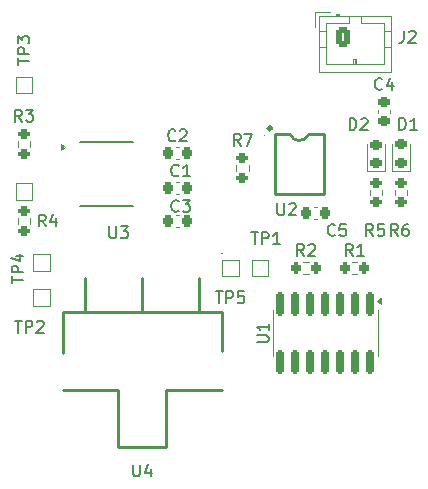
<source format=gbr>
%TF.GenerationSoftware,KiCad,Pcbnew,8.0.1*%
%TF.CreationDate,2024-03-24T23:32:15+02:00*%
%TF.ProjectId,PowerSubsystem,506f7765-7253-4756-9273-797374656d2e,rev?*%
%TF.SameCoordinates,Original*%
%TF.FileFunction,Legend,Top*%
%TF.FilePolarity,Positive*%
%FSLAX46Y46*%
G04 Gerber Fmt 4.6, Leading zero omitted, Abs format (unit mm)*
G04 Created by KiCad (PCBNEW 8.0.1) date 2024-03-24 23:32:15*
%MOMM*%
%LPD*%
G01*
G04 APERTURE LIST*
G04 Aperture macros list*
%AMRoundRect*
0 Rectangle with rounded corners*
0 $1 Rounding radius*
0 $2 $3 $4 $5 $6 $7 $8 $9 X,Y pos of 4 corners*
0 Add a 4 corners polygon primitive as box body*
4,1,4,$2,$3,$4,$5,$6,$7,$8,$9,$2,$3,0*
0 Add four circle primitives for the rounded corners*
1,1,$1+$1,$2,$3*
1,1,$1+$1,$4,$5*
1,1,$1+$1,$6,$7*
1,1,$1+$1,$8,$9*
0 Add four rect primitives between the rounded corners*
20,1,$1+$1,$2,$3,$4,$5,0*
20,1,$1+$1,$4,$5,$6,$7,0*
20,1,$1+$1,$6,$7,$8,$9,0*
20,1,$1+$1,$8,$9,$2,$3,0*%
G04 Aperture macros list end*
%ADD10C,0.150000*%
%ADD11C,0.120000*%
%ADD12C,0.254000*%
%ADD13C,0.059995*%
%ADD14R,1.000000X1.000000*%
%ADD15C,2.500000*%
%ADD16RoundRect,0.200000X-0.275000X0.200000X-0.275000X-0.200000X0.275000X-0.200000X0.275000X0.200000X0*%
%ADD17RoundRect,0.200000X0.275000X-0.200000X0.275000X0.200000X-0.275000X0.200000X-0.275000X-0.200000X0*%
%ADD18RoundRect,0.200000X0.200000X0.275000X-0.200000X0.275000X-0.200000X-0.275000X0.200000X-0.275000X0*%
%ADD19RoundRect,0.218750X0.256250X-0.218750X0.256250X0.218750X-0.256250X0.218750X-0.256250X-0.218750X0*%
%ADD20RoundRect,0.225000X-0.225000X-0.250000X0.225000X-0.250000X0.225000X0.250000X-0.225000X0.250000X0*%
%ADD21RoundRect,0.225000X0.250000X-0.225000X0.250000X0.225000X-0.250000X0.225000X-0.250000X-0.225000X0*%
%ADD22RoundRect,0.225000X0.225000X0.250000X-0.225000X0.250000X-0.225000X-0.250000X0.225000X-0.250000X0*%
%ADD23R,1.050000X0.450000*%
%ADD24R,1.470000X0.895000*%
%ADD25R,2.400000X3.300000*%
%ADD26R,1.200000X0.600000*%
%ADD27RoundRect,0.150000X-0.150000X0.825000X-0.150000X-0.825000X0.150000X-0.825000X0.150000X0.825000X0*%
%ADD28RoundRect,0.250000X-0.350000X-0.625000X0.350000X-0.625000X0.350000X0.625000X-0.350000X0.625000X0*%
%ADD29O,1.200000X1.750000*%
%ADD30O,1.700000X1.700000*%
%ADD31R,1.700000X1.700000*%
G04 APERTURE END LIST*
D10*
X177738095Y-72456819D02*
X178309523Y-72456819D01*
X178023809Y-73456819D02*
X178023809Y-72456819D01*
X178642857Y-73456819D02*
X178642857Y-72456819D01*
X178642857Y-72456819D02*
X179023809Y-72456819D01*
X179023809Y-72456819D02*
X179119047Y-72504438D01*
X179119047Y-72504438D02*
X179166666Y-72552057D01*
X179166666Y-72552057D02*
X179214285Y-72647295D01*
X179214285Y-72647295D02*
X179214285Y-72790152D01*
X179214285Y-72790152D02*
X179166666Y-72885390D01*
X179166666Y-72885390D02*
X179119047Y-72933009D01*
X179119047Y-72933009D02*
X179023809Y-72980628D01*
X179023809Y-72980628D02*
X178642857Y-72980628D01*
X180119047Y-72456819D02*
X179642857Y-72456819D01*
X179642857Y-72456819D02*
X179595238Y-72933009D01*
X179595238Y-72933009D02*
X179642857Y-72885390D01*
X179642857Y-72885390D02*
X179738095Y-72837771D01*
X179738095Y-72837771D02*
X179976190Y-72837771D01*
X179976190Y-72837771D02*
X180071428Y-72885390D01*
X180071428Y-72885390D02*
X180119047Y-72933009D01*
X180119047Y-72933009D02*
X180166666Y-73028247D01*
X180166666Y-73028247D02*
X180166666Y-73266342D01*
X180166666Y-73266342D02*
X180119047Y-73361580D01*
X180119047Y-73361580D02*
X180071428Y-73409200D01*
X180071428Y-73409200D02*
X179976190Y-73456819D01*
X179976190Y-73456819D02*
X179738095Y-73456819D01*
X179738095Y-73456819D02*
X179642857Y-73409200D01*
X179642857Y-73409200D02*
X179595238Y-73361580D01*
X160456819Y-71761904D02*
X160456819Y-71190476D01*
X161456819Y-71476190D02*
X160456819Y-71476190D01*
X161456819Y-70857142D02*
X160456819Y-70857142D01*
X160456819Y-70857142D02*
X160456819Y-70476190D01*
X160456819Y-70476190D02*
X160504438Y-70380952D01*
X160504438Y-70380952D02*
X160552057Y-70333333D01*
X160552057Y-70333333D02*
X160647295Y-70285714D01*
X160647295Y-70285714D02*
X160790152Y-70285714D01*
X160790152Y-70285714D02*
X160885390Y-70333333D01*
X160885390Y-70333333D02*
X160933009Y-70380952D01*
X160933009Y-70380952D02*
X160980628Y-70476190D01*
X160980628Y-70476190D02*
X160980628Y-70857142D01*
X160790152Y-69428571D02*
X161456819Y-69428571D01*
X160409200Y-69666666D02*
X161123485Y-69904761D01*
X161123485Y-69904761D02*
X161123485Y-69285714D01*
X160956819Y-53261904D02*
X160956819Y-52690476D01*
X161956819Y-52976190D02*
X160956819Y-52976190D01*
X161956819Y-52357142D02*
X160956819Y-52357142D01*
X160956819Y-52357142D02*
X160956819Y-51976190D01*
X160956819Y-51976190D02*
X161004438Y-51880952D01*
X161004438Y-51880952D02*
X161052057Y-51833333D01*
X161052057Y-51833333D02*
X161147295Y-51785714D01*
X161147295Y-51785714D02*
X161290152Y-51785714D01*
X161290152Y-51785714D02*
X161385390Y-51833333D01*
X161385390Y-51833333D02*
X161433009Y-51880952D01*
X161433009Y-51880952D02*
X161480628Y-51976190D01*
X161480628Y-51976190D02*
X161480628Y-52357142D01*
X160956819Y-51452380D02*
X160956819Y-50833333D01*
X160956819Y-50833333D02*
X161337771Y-51166666D01*
X161337771Y-51166666D02*
X161337771Y-51023809D01*
X161337771Y-51023809D02*
X161385390Y-50928571D01*
X161385390Y-50928571D02*
X161433009Y-50880952D01*
X161433009Y-50880952D02*
X161528247Y-50833333D01*
X161528247Y-50833333D02*
X161766342Y-50833333D01*
X161766342Y-50833333D02*
X161861580Y-50880952D01*
X161861580Y-50880952D02*
X161909200Y-50928571D01*
X161909200Y-50928571D02*
X161956819Y-51023809D01*
X161956819Y-51023809D02*
X161956819Y-51309523D01*
X161956819Y-51309523D02*
X161909200Y-51404761D01*
X161909200Y-51404761D02*
X161861580Y-51452380D01*
X160738095Y-74956819D02*
X161309523Y-74956819D01*
X161023809Y-75956819D02*
X161023809Y-74956819D01*
X161642857Y-75956819D02*
X161642857Y-74956819D01*
X161642857Y-74956819D02*
X162023809Y-74956819D01*
X162023809Y-74956819D02*
X162119047Y-75004438D01*
X162119047Y-75004438D02*
X162166666Y-75052057D01*
X162166666Y-75052057D02*
X162214285Y-75147295D01*
X162214285Y-75147295D02*
X162214285Y-75290152D01*
X162214285Y-75290152D02*
X162166666Y-75385390D01*
X162166666Y-75385390D02*
X162119047Y-75433009D01*
X162119047Y-75433009D02*
X162023809Y-75480628D01*
X162023809Y-75480628D02*
X161642857Y-75480628D01*
X162595238Y-75052057D02*
X162642857Y-75004438D01*
X162642857Y-75004438D02*
X162738095Y-74956819D01*
X162738095Y-74956819D02*
X162976190Y-74956819D01*
X162976190Y-74956819D02*
X163071428Y-75004438D01*
X163071428Y-75004438D02*
X163119047Y-75052057D01*
X163119047Y-75052057D02*
X163166666Y-75147295D01*
X163166666Y-75147295D02*
X163166666Y-75242533D01*
X163166666Y-75242533D02*
X163119047Y-75385390D01*
X163119047Y-75385390D02*
X162547619Y-75956819D01*
X162547619Y-75956819D02*
X163166666Y-75956819D01*
X180738095Y-67456819D02*
X181309523Y-67456819D01*
X181023809Y-68456819D02*
X181023809Y-67456819D01*
X181642857Y-68456819D02*
X181642857Y-67456819D01*
X181642857Y-67456819D02*
X182023809Y-67456819D01*
X182023809Y-67456819D02*
X182119047Y-67504438D01*
X182119047Y-67504438D02*
X182166666Y-67552057D01*
X182166666Y-67552057D02*
X182214285Y-67647295D01*
X182214285Y-67647295D02*
X182214285Y-67790152D01*
X182214285Y-67790152D02*
X182166666Y-67885390D01*
X182166666Y-67885390D02*
X182119047Y-67933009D01*
X182119047Y-67933009D02*
X182023809Y-67980628D01*
X182023809Y-67980628D02*
X181642857Y-67980628D01*
X183166666Y-68456819D02*
X182595238Y-68456819D01*
X182880952Y-68456819D02*
X182880952Y-67456819D01*
X182880952Y-67456819D02*
X182785714Y-67599676D01*
X182785714Y-67599676D02*
X182690476Y-67694914D01*
X182690476Y-67694914D02*
X182595238Y-67742533D01*
X170738095Y-87130892D02*
X170738095Y-87940415D01*
X170738095Y-87940415D02*
X170785714Y-88035653D01*
X170785714Y-88035653D02*
X170833333Y-88083273D01*
X170833333Y-88083273D02*
X170928571Y-88130892D01*
X170928571Y-88130892D02*
X171119047Y-88130892D01*
X171119047Y-88130892D02*
X171214285Y-88083273D01*
X171214285Y-88083273D02*
X171261904Y-88035653D01*
X171261904Y-88035653D02*
X171309523Y-87940415D01*
X171309523Y-87940415D02*
X171309523Y-87130892D01*
X172214285Y-87464225D02*
X172214285Y-88130892D01*
X171976190Y-87083273D02*
X171738095Y-87797558D01*
X171738095Y-87797558D02*
X172357142Y-87797558D01*
X179833333Y-60129819D02*
X179500000Y-59653628D01*
X179261905Y-60129819D02*
X179261905Y-59129819D01*
X179261905Y-59129819D02*
X179642857Y-59129819D01*
X179642857Y-59129819D02*
X179738095Y-59177438D01*
X179738095Y-59177438D02*
X179785714Y-59225057D01*
X179785714Y-59225057D02*
X179833333Y-59320295D01*
X179833333Y-59320295D02*
X179833333Y-59463152D01*
X179833333Y-59463152D02*
X179785714Y-59558390D01*
X179785714Y-59558390D02*
X179738095Y-59606009D01*
X179738095Y-59606009D02*
X179642857Y-59653628D01*
X179642857Y-59653628D02*
X179261905Y-59653628D01*
X180166667Y-59129819D02*
X180833333Y-59129819D01*
X180833333Y-59129819D02*
X180404762Y-60129819D01*
X193150833Y-67772319D02*
X192817500Y-67296128D01*
X192579405Y-67772319D02*
X192579405Y-66772319D01*
X192579405Y-66772319D02*
X192960357Y-66772319D01*
X192960357Y-66772319D02*
X193055595Y-66819938D01*
X193055595Y-66819938D02*
X193103214Y-66867557D01*
X193103214Y-66867557D02*
X193150833Y-66962795D01*
X193150833Y-66962795D02*
X193150833Y-67105652D01*
X193150833Y-67105652D02*
X193103214Y-67200890D01*
X193103214Y-67200890D02*
X193055595Y-67248509D01*
X193055595Y-67248509D02*
X192960357Y-67296128D01*
X192960357Y-67296128D02*
X192579405Y-67296128D01*
X194007976Y-66772319D02*
X193817500Y-66772319D01*
X193817500Y-66772319D02*
X193722262Y-66819938D01*
X193722262Y-66819938D02*
X193674643Y-66867557D01*
X193674643Y-66867557D02*
X193579405Y-67010414D01*
X193579405Y-67010414D02*
X193531786Y-67200890D01*
X193531786Y-67200890D02*
X193531786Y-67581842D01*
X193531786Y-67581842D02*
X193579405Y-67677080D01*
X193579405Y-67677080D02*
X193627024Y-67724700D01*
X193627024Y-67724700D02*
X193722262Y-67772319D01*
X193722262Y-67772319D02*
X193912738Y-67772319D01*
X193912738Y-67772319D02*
X194007976Y-67724700D01*
X194007976Y-67724700D02*
X194055595Y-67677080D01*
X194055595Y-67677080D02*
X194103214Y-67581842D01*
X194103214Y-67581842D02*
X194103214Y-67343747D01*
X194103214Y-67343747D02*
X194055595Y-67248509D01*
X194055595Y-67248509D02*
X194007976Y-67200890D01*
X194007976Y-67200890D02*
X193912738Y-67153271D01*
X193912738Y-67153271D02*
X193722262Y-67153271D01*
X193722262Y-67153271D02*
X193627024Y-67200890D01*
X193627024Y-67200890D02*
X193579405Y-67248509D01*
X193579405Y-67248509D02*
X193531786Y-67343747D01*
X191052526Y-67772319D02*
X190719193Y-67296128D01*
X190481098Y-67772319D02*
X190481098Y-66772319D01*
X190481098Y-66772319D02*
X190862050Y-66772319D01*
X190862050Y-66772319D02*
X190957288Y-66819938D01*
X190957288Y-66819938D02*
X191004907Y-66867557D01*
X191004907Y-66867557D02*
X191052526Y-66962795D01*
X191052526Y-66962795D02*
X191052526Y-67105652D01*
X191052526Y-67105652D02*
X191004907Y-67200890D01*
X191004907Y-67200890D02*
X190957288Y-67248509D01*
X190957288Y-67248509D02*
X190862050Y-67296128D01*
X190862050Y-67296128D02*
X190481098Y-67296128D01*
X191957288Y-66772319D02*
X191481098Y-66772319D01*
X191481098Y-66772319D02*
X191433479Y-67248509D01*
X191433479Y-67248509D02*
X191481098Y-67200890D01*
X191481098Y-67200890D02*
X191576336Y-67153271D01*
X191576336Y-67153271D02*
X191814431Y-67153271D01*
X191814431Y-67153271D02*
X191909669Y-67200890D01*
X191909669Y-67200890D02*
X191957288Y-67248509D01*
X191957288Y-67248509D02*
X192004907Y-67343747D01*
X192004907Y-67343747D02*
X192004907Y-67581842D01*
X192004907Y-67581842D02*
X191957288Y-67677080D01*
X191957288Y-67677080D02*
X191909669Y-67724700D01*
X191909669Y-67724700D02*
X191814431Y-67772319D01*
X191814431Y-67772319D02*
X191576336Y-67772319D01*
X191576336Y-67772319D02*
X191481098Y-67724700D01*
X191481098Y-67724700D02*
X191433479Y-67677080D01*
X163333333Y-66954819D02*
X163000000Y-66478628D01*
X162761905Y-66954819D02*
X162761905Y-65954819D01*
X162761905Y-65954819D02*
X163142857Y-65954819D01*
X163142857Y-65954819D02*
X163238095Y-66002438D01*
X163238095Y-66002438D02*
X163285714Y-66050057D01*
X163285714Y-66050057D02*
X163333333Y-66145295D01*
X163333333Y-66145295D02*
X163333333Y-66288152D01*
X163333333Y-66288152D02*
X163285714Y-66383390D01*
X163285714Y-66383390D02*
X163238095Y-66431009D01*
X163238095Y-66431009D02*
X163142857Y-66478628D01*
X163142857Y-66478628D02*
X162761905Y-66478628D01*
X164190476Y-66288152D02*
X164190476Y-66954819D01*
X163952381Y-65907200D02*
X163714286Y-66621485D01*
X163714286Y-66621485D02*
X164333333Y-66621485D01*
X161333333Y-58077319D02*
X161000000Y-57601128D01*
X160761905Y-58077319D02*
X160761905Y-57077319D01*
X160761905Y-57077319D02*
X161142857Y-57077319D01*
X161142857Y-57077319D02*
X161238095Y-57124938D01*
X161238095Y-57124938D02*
X161285714Y-57172557D01*
X161285714Y-57172557D02*
X161333333Y-57267795D01*
X161333333Y-57267795D02*
X161333333Y-57410652D01*
X161333333Y-57410652D02*
X161285714Y-57505890D01*
X161285714Y-57505890D02*
X161238095Y-57553509D01*
X161238095Y-57553509D02*
X161142857Y-57601128D01*
X161142857Y-57601128D02*
X160761905Y-57601128D01*
X161666667Y-57077319D02*
X162285714Y-57077319D01*
X162285714Y-57077319D02*
X161952381Y-57458271D01*
X161952381Y-57458271D02*
X162095238Y-57458271D01*
X162095238Y-57458271D02*
X162190476Y-57505890D01*
X162190476Y-57505890D02*
X162238095Y-57553509D01*
X162238095Y-57553509D02*
X162285714Y-57648747D01*
X162285714Y-57648747D02*
X162285714Y-57886842D01*
X162285714Y-57886842D02*
X162238095Y-57982080D01*
X162238095Y-57982080D02*
X162190476Y-58029700D01*
X162190476Y-58029700D02*
X162095238Y-58077319D01*
X162095238Y-58077319D02*
X161809524Y-58077319D01*
X161809524Y-58077319D02*
X161714286Y-58029700D01*
X161714286Y-58029700D02*
X161666667Y-57982080D01*
X185198333Y-69454819D02*
X184865000Y-68978628D01*
X184626905Y-69454819D02*
X184626905Y-68454819D01*
X184626905Y-68454819D02*
X185007857Y-68454819D01*
X185007857Y-68454819D02*
X185103095Y-68502438D01*
X185103095Y-68502438D02*
X185150714Y-68550057D01*
X185150714Y-68550057D02*
X185198333Y-68645295D01*
X185198333Y-68645295D02*
X185198333Y-68788152D01*
X185198333Y-68788152D02*
X185150714Y-68883390D01*
X185150714Y-68883390D02*
X185103095Y-68931009D01*
X185103095Y-68931009D02*
X185007857Y-68978628D01*
X185007857Y-68978628D02*
X184626905Y-68978628D01*
X185579286Y-68550057D02*
X185626905Y-68502438D01*
X185626905Y-68502438D02*
X185722143Y-68454819D01*
X185722143Y-68454819D02*
X185960238Y-68454819D01*
X185960238Y-68454819D02*
X186055476Y-68502438D01*
X186055476Y-68502438D02*
X186103095Y-68550057D01*
X186103095Y-68550057D02*
X186150714Y-68645295D01*
X186150714Y-68645295D02*
X186150714Y-68740533D01*
X186150714Y-68740533D02*
X186103095Y-68883390D01*
X186103095Y-68883390D02*
X185531667Y-69454819D01*
X185531667Y-69454819D02*
X186150714Y-69454819D01*
X189333333Y-69454819D02*
X189000000Y-68978628D01*
X188761905Y-69454819D02*
X188761905Y-68454819D01*
X188761905Y-68454819D02*
X189142857Y-68454819D01*
X189142857Y-68454819D02*
X189238095Y-68502438D01*
X189238095Y-68502438D02*
X189285714Y-68550057D01*
X189285714Y-68550057D02*
X189333333Y-68645295D01*
X189333333Y-68645295D02*
X189333333Y-68788152D01*
X189333333Y-68788152D02*
X189285714Y-68883390D01*
X189285714Y-68883390D02*
X189238095Y-68931009D01*
X189238095Y-68931009D02*
X189142857Y-68978628D01*
X189142857Y-68978628D02*
X188761905Y-68978628D01*
X190285714Y-69454819D02*
X189714286Y-69454819D01*
X190000000Y-69454819D02*
X190000000Y-68454819D01*
X190000000Y-68454819D02*
X189904762Y-68597676D01*
X189904762Y-68597676D02*
X189809524Y-68692914D01*
X189809524Y-68692914D02*
X189714286Y-68740533D01*
X189079405Y-58812324D02*
X189079405Y-57812324D01*
X189079405Y-57812324D02*
X189317500Y-57812324D01*
X189317500Y-57812324D02*
X189460357Y-57859943D01*
X189460357Y-57859943D02*
X189555595Y-57955181D01*
X189555595Y-57955181D02*
X189603214Y-58050419D01*
X189603214Y-58050419D02*
X189650833Y-58240895D01*
X189650833Y-58240895D02*
X189650833Y-58383752D01*
X189650833Y-58383752D02*
X189603214Y-58574228D01*
X189603214Y-58574228D02*
X189555595Y-58669466D01*
X189555595Y-58669466D02*
X189460357Y-58764705D01*
X189460357Y-58764705D02*
X189317500Y-58812324D01*
X189317500Y-58812324D02*
X189079405Y-58812324D01*
X190031786Y-57907562D02*
X190079405Y-57859943D01*
X190079405Y-57859943D02*
X190174643Y-57812324D01*
X190174643Y-57812324D02*
X190412738Y-57812324D01*
X190412738Y-57812324D02*
X190507976Y-57859943D01*
X190507976Y-57859943D02*
X190555595Y-57907562D01*
X190555595Y-57907562D02*
X190603214Y-58002800D01*
X190603214Y-58002800D02*
X190603214Y-58098038D01*
X190603214Y-58098038D02*
X190555595Y-58240895D01*
X190555595Y-58240895D02*
X189984167Y-58812324D01*
X189984167Y-58812324D02*
X190603214Y-58812324D01*
X193261905Y-58772319D02*
X193261905Y-57772319D01*
X193261905Y-57772319D02*
X193500000Y-57772319D01*
X193500000Y-57772319D02*
X193642857Y-57819938D01*
X193642857Y-57819938D02*
X193738095Y-57915176D01*
X193738095Y-57915176D02*
X193785714Y-58010414D01*
X193785714Y-58010414D02*
X193833333Y-58200890D01*
X193833333Y-58200890D02*
X193833333Y-58343747D01*
X193833333Y-58343747D02*
X193785714Y-58534223D01*
X193785714Y-58534223D02*
X193738095Y-58629461D01*
X193738095Y-58629461D02*
X193642857Y-58724700D01*
X193642857Y-58724700D02*
X193500000Y-58772319D01*
X193500000Y-58772319D02*
X193261905Y-58772319D01*
X194785714Y-58772319D02*
X194214286Y-58772319D01*
X194500000Y-58772319D02*
X194500000Y-57772319D01*
X194500000Y-57772319D02*
X194404762Y-57915176D01*
X194404762Y-57915176D02*
X194309524Y-58010414D01*
X194309524Y-58010414D02*
X194214286Y-58058033D01*
X187833333Y-67677080D02*
X187785714Y-67724700D01*
X187785714Y-67724700D02*
X187642857Y-67772319D01*
X187642857Y-67772319D02*
X187547619Y-67772319D01*
X187547619Y-67772319D02*
X187404762Y-67724700D01*
X187404762Y-67724700D02*
X187309524Y-67629461D01*
X187309524Y-67629461D02*
X187261905Y-67534223D01*
X187261905Y-67534223D02*
X187214286Y-67343747D01*
X187214286Y-67343747D02*
X187214286Y-67200890D01*
X187214286Y-67200890D02*
X187261905Y-67010414D01*
X187261905Y-67010414D02*
X187309524Y-66915176D01*
X187309524Y-66915176D02*
X187404762Y-66819938D01*
X187404762Y-66819938D02*
X187547619Y-66772319D01*
X187547619Y-66772319D02*
X187642857Y-66772319D01*
X187642857Y-66772319D02*
X187785714Y-66819938D01*
X187785714Y-66819938D02*
X187833333Y-66867557D01*
X188738095Y-66772319D02*
X188261905Y-66772319D01*
X188261905Y-66772319D02*
X188214286Y-67248509D01*
X188214286Y-67248509D02*
X188261905Y-67200890D01*
X188261905Y-67200890D02*
X188357143Y-67153271D01*
X188357143Y-67153271D02*
X188595238Y-67153271D01*
X188595238Y-67153271D02*
X188690476Y-67200890D01*
X188690476Y-67200890D02*
X188738095Y-67248509D01*
X188738095Y-67248509D02*
X188785714Y-67343747D01*
X188785714Y-67343747D02*
X188785714Y-67581842D01*
X188785714Y-67581842D02*
X188738095Y-67677080D01*
X188738095Y-67677080D02*
X188690476Y-67724700D01*
X188690476Y-67724700D02*
X188595238Y-67772319D01*
X188595238Y-67772319D02*
X188357143Y-67772319D01*
X188357143Y-67772319D02*
X188261905Y-67724700D01*
X188261905Y-67724700D02*
X188214286Y-67677080D01*
X191833333Y-55309580D02*
X191785714Y-55357200D01*
X191785714Y-55357200D02*
X191642857Y-55404819D01*
X191642857Y-55404819D02*
X191547619Y-55404819D01*
X191547619Y-55404819D02*
X191404762Y-55357200D01*
X191404762Y-55357200D02*
X191309524Y-55261961D01*
X191309524Y-55261961D02*
X191261905Y-55166723D01*
X191261905Y-55166723D02*
X191214286Y-54976247D01*
X191214286Y-54976247D02*
X191214286Y-54833390D01*
X191214286Y-54833390D02*
X191261905Y-54642914D01*
X191261905Y-54642914D02*
X191309524Y-54547676D01*
X191309524Y-54547676D02*
X191404762Y-54452438D01*
X191404762Y-54452438D02*
X191547619Y-54404819D01*
X191547619Y-54404819D02*
X191642857Y-54404819D01*
X191642857Y-54404819D02*
X191785714Y-54452438D01*
X191785714Y-54452438D02*
X191833333Y-54500057D01*
X192690476Y-54738152D02*
X192690476Y-55404819D01*
X192452381Y-54357200D02*
X192214286Y-55071485D01*
X192214286Y-55071485D02*
X192833333Y-55071485D01*
X174598333Y-65624580D02*
X174550714Y-65672200D01*
X174550714Y-65672200D02*
X174407857Y-65719819D01*
X174407857Y-65719819D02*
X174312619Y-65719819D01*
X174312619Y-65719819D02*
X174169762Y-65672200D01*
X174169762Y-65672200D02*
X174074524Y-65576961D01*
X174074524Y-65576961D02*
X174026905Y-65481723D01*
X174026905Y-65481723D02*
X173979286Y-65291247D01*
X173979286Y-65291247D02*
X173979286Y-65148390D01*
X173979286Y-65148390D02*
X174026905Y-64957914D01*
X174026905Y-64957914D02*
X174074524Y-64862676D01*
X174074524Y-64862676D02*
X174169762Y-64767438D01*
X174169762Y-64767438D02*
X174312619Y-64719819D01*
X174312619Y-64719819D02*
X174407857Y-64719819D01*
X174407857Y-64719819D02*
X174550714Y-64767438D01*
X174550714Y-64767438D02*
X174598333Y-64815057D01*
X174931667Y-64719819D02*
X175550714Y-64719819D01*
X175550714Y-64719819D02*
X175217381Y-65100771D01*
X175217381Y-65100771D02*
X175360238Y-65100771D01*
X175360238Y-65100771D02*
X175455476Y-65148390D01*
X175455476Y-65148390D02*
X175503095Y-65196009D01*
X175503095Y-65196009D02*
X175550714Y-65291247D01*
X175550714Y-65291247D02*
X175550714Y-65529342D01*
X175550714Y-65529342D02*
X175503095Y-65624580D01*
X175503095Y-65624580D02*
X175455476Y-65672200D01*
X175455476Y-65672200D02*
X175360238Y-65719819D01*
X175360238Y-65719819D02*
X175074524Y-65719819D01*
X175074524Y-65719819D02*
X174979286Y-65672200D01*
X174979286Y-65672200D02*
X174931667Y-65624580D01*
X174323333Y-59654580D02*
X174275714Y-59702200D01*
X174275714Y-59702200D02*
X174132857Y-59749819D01*
X174132857Y-59749819D02*
X174037619Y-59749819D01*
X174037619Y-59749819D02*
X173894762Y-59702200D01*
X173894762Y-59702200D02*
X173799524Y-59606961D01*
X173799524Y-59606961D02*
X173751905Y-59511723D01*
X173751905Y-59511723D02*
X173704286Y-59321247D01*
X173704286Y-59321247D02*
X173704286Y-59178390D01*
X173704286Y-59178390D02*
X173751905Y-58987914D01*
X173751905Y-58987914D02*
X173799524Y-58892676D01*
X173799524Y-58892676D02*
X173894762Y-58797438D01*
X173894762Y-58797438D02*
X174037619Y-58749819D01*
X174037619Y-58749819D02*
X174132857Y-58749819D01*
X174132857Y-58749819D02*
X174275714Y-58797438D01*
X174275714Y-58797438D02*
X174323333Y-58845057D01*
X174704286Y-58845057D02*
X174751905Y-58797438D01*
X174751905Y-58797438D02*
X174847143Y-58749819D01*
X174847143Y-58749819D02*
X175085238Y-58749819D01*
X175085238Y-58749819D02*
X175180476Y-58797438D01*
X175180476Y-58797438D02*
X175228095Y-58845057D01*
X175228095Y-58845057D02*
X175275714Y-58940295D01*
X175275714Y-58940295D02*
X175275714Y-59035533D01*
X175275714Y-59035533D02*
X175228095Y-59178390D01*
X175228095Y-59178390D02*
X174656667Y-59749819D01*
X174656667Y-59749819D02*
X175275714Y-59749819D01*
X174598333Y-62624580D02*
X174550714Y-62672200D01*
X174550714Y-62672200D02*
X174407857Y-62719819D01*
X174407857Y-62719819D02*
X174312619Y-62719819D01*
X174312619Y-62719819D02*
X174169762Y-62672200D01*
X174169762Y-62672200D02*
X174074524Y-62576961D01*
X174074524Y-62576961D02*
X174026905Y-62481723D01*
X174026905Y-62481723D02*
X173979286Y-62291247D01*
X173979286Y-62291247D02*
X173979286Y-62148390D01*
X173979286Y-62148390D02*
X174026905Y-61957914D01*
X174026905Y-61957914D02*
X174074524Y-61862676D01*
X174074524Y-61862676D02*
X174169762Y-61767438D01*
X174169762Y-61767438D02*
X174312619Y-61719819D01*
X174312619Y-61719819D02*
X174407857Y-61719819D01*
X174407857Y-61719819D02*
X174550714Y-61767438D01*
X174550714Y-61767438D02*
X174598333Y-61815057D01*
X175550714Y-62719819D02*
X174979286Y-62719819D01*
X175265000Y-62719819D02*
X175265000Y-61719819D01*
X175265000Y-61719819D02*
X175169762Y-61862676D01*
X175169762Y-61862676D02*
X175074524Y-61957914D01*
X175074524Y-61957914D02*
X174979286Y-62005533D01*
X168738095Y-66954819D02*
X168738095Y-67764342D01*
X168738095Y-67764342D02*
X168785714Y-67859580D01*
X168785714Y-67859580D02*
X168833333Y-67907200D01*
X168833333Y-67907200D02*
X168928571Y-67954819D01*
X168928571Y-67954819D02*
X169119047Y-67954819D01*
X169119047Y-67954819D02*
X169214285Y-67907200D01*
X169214285Y-67907200D02*
X169261904Y-67859580D01*
X169261904Y-67859580D02*
X169309523Y-67764342D01*
X169309523Y-67764342D02*
X169309523Y-66954819D01*
X169690476Y-66954819D02*
X170309523Y-66954819D01*
X170309523Y-66954819D02*
X169976190Y-67335771D01*
X169976190Y-67335771D02*
X170119047Y-67335771D01*
X170119047Y-67335771D02*
X170214285Y-67383390D01*
X170214285Y-67383390D02*
X170261904Y-67431009D01*
X170261904Y-67431009D02*
X170309523Y-67526247D01*
X170309523Y-67526247D02*
X170309523Y-67764342D01*
X170309523Y-67764342D02*
X170261904Y-67859580D01*
X170261904Y-67859580D02*
X170214285Y-67907200D01*
X170214285Y-67907200D02*
X170119047Y-67954819D01*
X170119047Y-67954819D02*
X169833333Y-67954819D01*
X169833333Y-67954819D02*
X169738095Y-67907200D01*
X169738095Y-67907200D02*
X169690476Y-67859580D01*
X182963901Y-65002317D02*
X182963901Y-65811840D01*
X182963901Y-65811840D02*
X183011520Y-65907078D01*
X183011520Y-65907078D02*
X183059139Y-65954698D01*
X183059139Y-65954698D02*
X183154377Y-66002317D01*
X183154377Y-66002317D02*
X183344853Y-66002317D01*
X183344853Y-66002317D02*
X183440091Y-65954698D01*
X183440091Y-65954698D02*
X183487710Y-65907078D01*
X183487710Y-65907078D02*
X183535329Y-65811840D01*
X183535329Y-65811840D02*
X183535329Y-65002317D01*
X183963901Y-65097555D02*
X184011520Y-65049936D01*
X184011520Y-65049936D02*
X184106758Y-65002317D01*
X184106758Y-65002317D02*
X184344853Y-65002317D01*
X184344853Y-65002317D02*
X184440091Y-65049936D01*
X184440091Y-65049936D02*
X184487710Y-65097555D01*
X184487710Y-65097555D02*
X184535329Y-65192793D01*
X184535329Y-65192793D02*
X184535329Y-65288031D01*
X184535329Y-65288031D02*
X184487710Y-65430888D01*
X184487710Y-65430888D02*
X183916282Y-66002317D01*
X183916282Y-66002317D02*
X184535329Y-66002317D01*
X181204819Y-76761904D02*
X182014342Y-76761904D01*
X182014342Y-76761904D02*
X182109580Y-76714285D01*
X182109580Y-76714285D02*
X182157200Y-76666666D01*
X182157200Y-76666666D02*
X182204819Y-76571428D01*
X182204819Y-76571428D02*
X182204819Y-76380952D01*
X182204819Y-76380952D02*
X182157200Y-76285714D01*
X182157200Y-76285714D02*
X182109580Y-76238095D01*
X182109580Y-76238095D02*
X182014342Y-76190476D01*
X182014342Y-76190476D02*
X181204819Y-76190476D01*
X182204819Y-75190476D02*
X182204819Y-75761904D01*
X182204819Y-75476190D02*
X181204819Y-75476190D01*
X181204819Y-75476190D02*
X181347676Y-75571428D01*
X181347676Y-75571428D02*
X181442914Y-75666666D01*
X181442914Y-75666666D02*
X181490533Y-75761904D01*
X193666666Y-50404819D02*
X193666666Y-51119104D01*
X193666666Y-51119104D02*
X193619047Y-51261961D01*
X193619047Y-51261961D02*
X193523809Y-51357200D01*
X193523809Y-51357200D02*
X193380952Y-51404819D01*
X193380952Y-51404819D02*
X193285714Y-51404819D01*
X194095238Y-50500057D02*
X194142857Y-50452438D01*
X194142857Y-50452438D02*
X194238095Y-50404819D01*
X194238095Y-50404819D02*
X194476190Y-50404819D01*
X194476190Y-50404819D02*
X194571428Y-50452438D01*
X194571428Y-50452438D02*
X194619047Y-50500057D01*
X194619047Y-50500057D02*
X194666666Y-50595295D01*
X194666666Y-50595295D02*
X194666666Y-50690533D01*
X194666666Y-50690533D02*
X194619047Y-50833390D01*
X194619047Y-50833390D02*
X194047619Y-51404819D01*
X194047619Y-51404819D02*
X194666666Y-51404819D01*
D11*
%TO.C,TP6*%
X162200000Y-64700000D02*
X160800000Y-64700000D01*
X162200000Y-63300000D02*
X162200000Y-64700000D01*
X160800000Y-64700000D02*
X160800000Y-63300000D01*
X160800000Y-63300000D02*
X162200000Y-63300000D01*
%TO.C,TP5*%
X178300000Y-69800000D02*
X179700000Y-69800000D01*
X178300000Y-71200000D02*
X178300000Y-69800000D01*
X179700000Y-69800000D02*
X179700000Y-71200000D01*
X179700000Y-71200000D02*
X178300000Y-71200000D01*
%TO.C,TP4*%
X162300000Y-70700000D02*
X162300000Y-69300000D01*
X163700000Y-70700000D02*
X162300000Y-70700000D01*
X162300000Y-69300000D02*
X163700000Y-69300000D01*
X163700000Y-69300000D02*
X163700000Y-70700000D01*
%TO.C,TP3*%
X160800000Y-55700000D02*
X160800000Y-54300000D01*
X162200000Y-55700000D02*
X160800000Y-55700000D01*
X160800000Y-54300000D02*
X162200000Y-54300000D01*
X162200000Y-54300000D02*
X162200000Y-55700000D01*
%TO.C,TP2*%
X162300000Y-72300000D02*
X163700000Y-72300000D01*
X162300000Y-73700000D02*
X162300000Y-72300000D01*
X163700000Y-72300000D02*
X163700000Y-73700000D01*
X163700000Y-73700000D02*
X162300000Y-73700000D01*
%TO.C,TP1*%
X180800000Y-69800000D02*
X182200000Y-69800000D01*
X180800000Y-71200000D02*
X180800000Y-69800000D01*
X182200000Y-69800000D02*
X182200000Y-71200000D01*
X182200000Y-71200000D02*
X180800000Y-71200000D01*
D12*
%TO.C,U4*%
X178231013Y-80850064D02*
X173532004Y-80850064D01*
X178231013Y-74246050D02*
X178231013Y-77548057D01*
X176335458Y-74246050D02*
X176335458Y-71325044D01*
X173532004Y-85676073D02*
X169467996Y-85676073D01*
X173532004Y-80850064D02*
X173532004Y-85676073D01*
X171509449Y-74246050D02*
X171509449Y-71325044D01*
X169467996Y-85676073D02*
X169467996Y-80850064D01*
X169467996Y-80850064D02*
X164768987Y-80850064D01*
X166708839Y-74246050D02*
X166708839Y-71325044D01*
X164768987Y-77675057D02*
X164768987Y-74246050D01*
X164768987Y-74246050D02*
X178231013Y-74246050D01*
D13*
X178280011Y-69250038D02*
G75*
G02*
X178220015Y-69250038I-29998J0D01*
G01*
X178220015Y-69250038D02*
G75*
G02*
X178280011Y-69250038I29998J0D01*
G01*
D11*
%TO.C,R7*%
X180522500Y-61762742D02*
X180522500Y-62237258D01*
X179477500Y-61762742D02*
X179477500Y-62237258D01*
%TO.C,R6*%
X193938307Y-63865237D02*
X193938307Y-64339753D01*
X192893307Y-63865237D02*
X192893307Y-64339753D01*
%TO.C,R5*%
X190795000Y-63865237D02*
X190795000Y-64339753D01*
X191840000Y-63865237D02*
X191840000Y-64339753D01*
%TO.C,R4*%
X160977500Y-66737258D02*
X160977500Y-66262742D01*
X162022500Y-66737258D02*
X162022500Y-66262742D01*
%TO.C,R3*%
X160977500Y-60237258D02*
X160977500Y-59762742D01*
X162022500Y-60237258D02*
X162022500Y-59762742D01*
%TO.C,R2*%
X185602258Y-71022500D02*
X185127742Y-71022500D01*
X185602258Y-69977500D02*
X185127742Y-69977500D01*
%TO.C,R1*%
X189737258Y-69977500D02*
X189262742Y-69977500D01*
X189737258Y-71022500D02*
X189262742Y-71022500D01*
%TO.C,D2*%
X190582500Y-62302500D02*
X192052500Y-62302500D01*
X192052500Y-62302500D02*
X192052500Y-60017500D01*
X190582500Y-60017500D02*
X190582500Y-62302500D01*
%TO.C,D1*%
X192680807Y-62262495D02*
X194150807Y-62262495D01*
X194150807Y-62262495D02*
X194150807Y-59977495D01*
X192680807Y-59977495D02*
X192680807Y-62262495D01*
%TO.C,C5*%
X186041919Y-65307500D02*
X186323079Y-65307500D01*
X186041919Y-66327500D02*
X186323079Y-66327500D01*
%TO.C,C4*%
X192510000Y-57365580D02*
X192510000Y-57084420D01*
X191490000Y-57365580D02*
X191490000Y-57084420D01*
%TO.C,C3*%
X174630580Y-67050000D02*
X174349420Y-67050000D01*
X174630580Y-66030000D02*
X174349420Y-66030000D01*
%TO.C,C2*%
X174349420Y-60215000D02*
X174630580Y-60215000D01*
X174349420Y-61235000D02*
X174630580Y-61235000D01*
%TO.C,C1*%
X174630580Y-64235000D02*
X174349420Y-64235000D01*
X174630580Y-63215000D02*
X174349420Y-63215000D01*
D10*
%TO.C,U3*%
X166250000Y-59775000D02*
X170750000Y-59775000D01*
X166250000Y-65225000D02*
X170750000Y-65225000D01*
D11*
X164950000Y-60225000D02*
X164620000Y-60465000D01*
X164620000Y-59985000D01*
X164950000Y-60225000D01*
G36*
X164950000Y-60225000D02*
G01*
X164620000Y-60465000D01*
X164620000Y-59985000D01*
X164950000Y-60225000D01*
G37*
D13*
%TO.C,U2*%
X181897510Y-59228346D02*
G75*
G02*
X181837566Y-59228346I-29972J0D01*
G01*
X181837566Y-59228346D02*
G75*
G02*
X181897510Y-59228346I29972J0D01*
G01*
D12*
X182487553Y-58652527D02*
G75*
G02*
X182147193Y-58652527I-170180J0D01*
G01*
X182147193Y-58652527D02*
G75*
G02*
X182487553Y-58652527I170180J0D01*
G01*
X185617601Y-59182626D02*
G75*
G02*
X184017399Y-59182626I-800101J375289D01*
G01*
X182767462Y-64232410D02*
X182767462Y-59132334D01*
X186867538Y-64232410D02*
X182767462Y-64232410D01*
X184017398Y-59132588D02*
X182767462Y-59132588D01*
X185617602Y-59132588D02*
X186867538Y-59132588D01*
X186867538Y-59132588D02*
X186867538Y-64232664D01*
D11*
%TO.C,U1*%
X191435000Y-75975000D02*
X191435000Y-74025000D01*
X191435000Y-75975000D02*
X191435000Y-77925000D01*
X182565000Y-75975000D02*
X182565000Y-74025000D01*
X182565000Y-75975000D02*
X182565000Y-77925000D01*
X191700000Y-73515000D02*
X191370000Y-73275000D01*
X191700000Y-73035000D01*
X191700000Y-73515000D01*
G36*
X191700000Y-73515000D02*
G01*
X191370000Y-73275000D01*
X191700000Y-73035000D01*
X191700000Y-73515000D01*
G37*
%TO.C,J2*%
X186140000Y-48840000D02*
X186140000Y-50090000D01*
X186440000Y-49140000D02*
X186440000Y-53860000D01*
X186440000Y-50450000D02*
X187050000Y-50450000D01*
X186440000Y-51750000D02*
X187050000Y-51750000D01*
X186440000Y-53860000D02*
X192560000Y-53860000D01*
X187050000Y-49750000D02*
X187050000Y-53250000D01*
X187050000Y-53250000D02*
X191950000Y-53250000D01*
X187390000Y-48840000D02*
X186140000Y-48840000D01*
X187900000Y-48940000D02*
X187900000Y-49140000D01*
X188200000Y-48940000D02*
X187900000Y-48940000D01*
X188200000Y-49040000D02*
X187900000Y-49040000D01*
X188200000Y-49140000D02*
X188200000Y-48940000D01*
X189000000Y-49140000D02*
X189000000Y-49750000D01*
X189000000Y-49750000D02*
X187050000Y-49750000D01*
X189400000Y-52750000D02*
X189600000Y-52750000D01*
X189400000Y-53250000D02*
X189400000Y-52750000D01*
X189500000Y-53250000D02*
X189500000Y-52750000D01*
X189600000Y-52750000D02*
X189600000Y-53250000D01*
X190000000Y-49750000D02*
X190000000Y-49140000D01*
X191950000Y-49750000D02*
X190000000Y-49750000D01*
X191950000Y-53250000D02*
X191950000Y-49750000D01*
X192560000Y-49140000D02*
X186440000Y-49140000D01*
X192560000Y-50450000D02*
X191950000Y-50450000D01*
X192560000Y-51750000D02*
X191950000Y-51750000D01*
X192560000Y-53860000D02*
X192560000Y-49140000D01*
%TD*%
%LPC*%
D14*
%TO.C,TP6*%
X161500000Y-64000000D03*
%TD*%
%TO.C,TP5*%
X179000000Y-70500000D03*
%TD*%
%TO.C,TP4*%
X163000000Y-70000000D03*
%TD*%
%TO.C,TP3*%
X161500000Y-55000000D03*
%TD*%
%TO.C,TP2*%
X163000000Y-73000000D03*
%TD*%
%TO.C,TP1*%
X181500000Y-70500000D03*
%TD*%
D15*
%TO.C,U4*%
X176300102Y-69900051D03*
X171500000Y-69900051D03*
X166699898Y-69900051D03*
X178149987Y-79099949D03*
X164850013Y-79099949D03*
%TD*%
D16*
%TO.C,R7*%
X180000000Y-61175000D03*
X180000000Y-62825000D03*
%TD*%
%TO.C,R6*%
X193415807Y-63277495D03*
X193415807Y-64927495D03*
%TD*%
%TO.C,R5*%
X191317500Y-64927495D03*
X191317500Y-63277495D03*
%TD*%
D17*
%TO.C,R4*%
X161500000Y-67325000D03*
X161500000Y-65675000D03*
%TD*%
%TO.C,R3*%
X161500000Y-60825000D03*
X161500000Y-59175000D03*
%TD*%
D18*
%TO.C,R2*%
X186190000Y-70500000D03*
X184540000Y-70500000D03*
%TD*%
%TO.C,R1*%
X188675000Y-70500000D03*
X190325000Y-70500000D03*
%TD*%
D19*
%TO.C,D2*%
X191317500Y-61605000D03*
X191317500Y-60030000D03*
%TD*%
%TO.C,D1*%
X193415807Y-61564995D03*
X193415807Y-59989995D03*
%TD*%
D20*
%TO.C,C5*%
X185407499Y-65817500D03*
X186957499Y-65817500D03*
%TD*%
D21*
%TO.C,C4*%
X192000000Y-56450000D03*
X192000000Y-58000000D03*
%TD*%
D22*
%TO.C,C3*%
X175265000Y-66540000D03*
X173715000Y-66540000D03*
%TD*%
D20*
%TO.C,C2*%
X173715000Y-60725000D03*
X175265000Y-60725000D03*
%TD*%
D22*
%TO.C,C1*%
X175265000Y-63725000D03*
X173715000Y-63725000D03*
%TD*%
D23*
%TO.C,U3*%
X165725000Y-60225000D03*
X165725000Y-60875000D03*
X165725000Y-61525000D03*
X165725000Y-62175000D03*
X165725000Y-62825000D03*
X165725000Y-63475000D03*
X165725000Y-64125000D03*
X165725000Y-64775000D03*
X171275000Y-64775000D03*
X171275000Y-64125000D03*
X171275000Y-63475000D03*
X171275000Y-62825000D03*
X171275000Y-62175000D03*
X171275000Y-61525000D03*
X171275000Y-60875000D03*
X171275000Y-60225000D03*
D24*
X167765000Y-61157500D03*
X167765000Y-62052500D03*
X167765000Y-62947500D03*
X167765000Y-63842500D03*
X169235000Y-61157500D03*
X169235000Y-62052500D03*
X169235000Y-62947500D03*
X169235000Y-63842500D03*
%TD*%
D25*
%TO.C,U2*%
X184817500Y-61682499D03*
D26*
X187725806Y-59777495D03*
X187725806Y-61047498D03*
X187725806Y-62317500D03*
X187725806Y-63587503D03*
X181909194Y-63587503D03*
X181909194Y-62317500D03*
X181909194Y-61047498D03*
X181909194Y-59777495D03*
%TD*%
D27*
%TO.C,U1*%
X190810000Y-73500000D03*
X189540000Y-73500000D03*
X188270000Y-73500000D03*
X187000000Y-73500000D03*
X185730000Y-73500000D03*
X184460000Y-73500000D03*
X183190000Y-73500000D03*
X183190000Y-78450000D03*
X184460000Y-78450000D03*
X185730000Y-78450000D03*
X187000000Y-78450000D03*
X188270000Y-78450000D03*
X189540000Y-78450000D03*
X190810000Y-78450000D03*
%TD*%
D28*
%TO.C,J2*%
X188500000Y-50950000D03*
D29*
X190500000Y-50950000D03*
%TD*%
D30*
%TO.C,J1*%
X164380000Y-50000000D03*
X164380000Y-52540000D03*
X166920000Y-50000000D03*
X166920000Y-52540000D03*
X169460000Y-50000000D03*
X169460000Y-52540000D03*
X172000000Y-50000000D03*
X172000000Y-52540000D03*
X174540000Y-50000000D03*
X174540000Y-52540000D03*
X177080000Y-50000000D03*
X177080000Y-52540000D03*
X179620000Y-50000000D03*
X179620000Y-52540000D03*
X182160000Y-50000000D03*
D31*
X182160000Y-52540000D03*
%TD*%
%LPD*%
M02*

</source>
